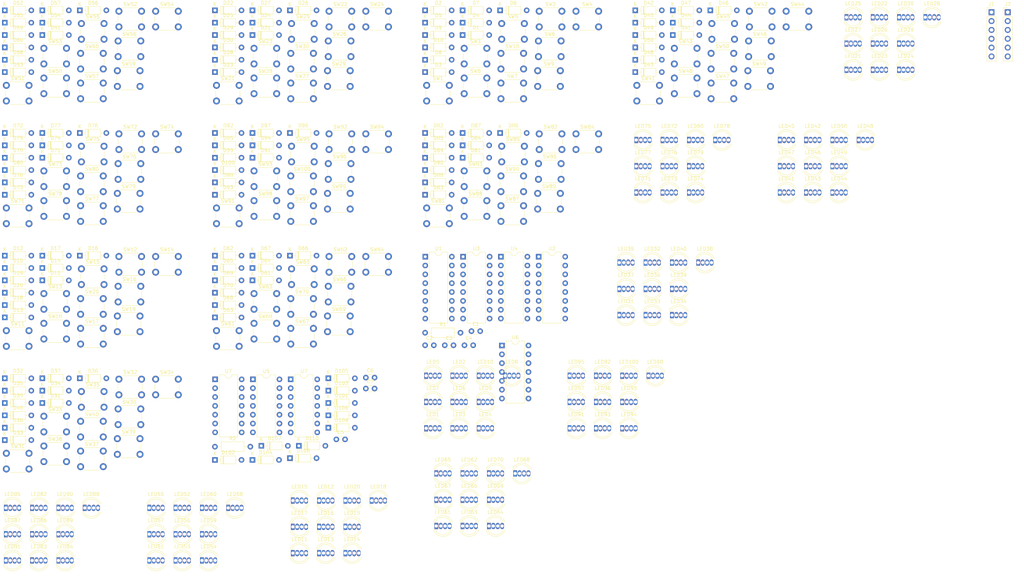
<source format=kicad_pcb>
(kicad_pcb (version 20211014) (generator pcbnew)
  (layers (0 "F.Cu" signal) (31 "B.Cu" signal) (34 "B.Paste" user) (35 "F.Paste" user) (36 "B.SilkS" user "B.Silkscreen") (37 "F.SilkS" user "F.Silkscreen") (38 "B.Mask" user) (39 "F.Mask" user) (44 "Edge.Cuts" user))
  (net 0 "")
  (net 1 "+5V")
  (net 2 "GNDREF")
  (net 3 "/UserInputs/InputMatrix1/Row0")
  (net 4 "/UserInputs/InputMatrix1/Row1")
  (net 5 "/UserInputs/InputMatrix1/Row2")
  (net 6 "/UserInputs/InputMatrix1/Row3")
  (net 7 "/UserInputs/InputMatrix1/Row4")
  (net 8 "/UserInputs/InputMatrix1/Row5")
  (net 9 "/UserInputs/InputMatrix1/Row6")
  (net 10 "/UserInputs/InputMatrix1/Row7")
  (net 11 "/UserInputs/InputMatrix1/Row8")
  (net 12 "/UserInputs/InputMatrix1/Row9")
  (net 13 "/ESP32/LED_out")
  (net 14 "/OutputMatrix1/TenLEDRow/Row_data_out")
  (net 15 "/OutputMatrix1/TenLEDRow1/Row_data_out")
  (net 16 "/OutputMatrix1/TenLEDRow2/Row_data_out")
  (net 17 "/OutputMatrix1/TenLEDRow3/Row_data_out")
  (net 18 "/OutputMatrix1/TenLEDRow4/Row_data_in")
  (net 19 "/OutputMatrix1/TenLEDRow4/Row_data_out")
  (net 20 "/OutputMatrix1/TenLEDRow5/Row_data_in")
  (net 21 "/OutputMatrix1/TenLEDRow6/Row_data_out")
  (net 22 "/OutputMatrix1/TenLEDRow8/Row_data_in")
  (net 23 "/OutputMatrix1/Data_out")
  (net 24 "/ESP32/ButtonPressedIn")
  (net 29 "/ESP32/SerialOutput")
  (net 30 "/ESP32/ShiftClock")
  (net 31 "/ESP32/RegClock")
  (net 32 "/ESP32/Clr")
  (net 39 "Net-(U2-Pad7)")
  (net 41 "/UserInputs/InputMatrix1/Col1")
  (net 42 "/UserInputs/InputMatrix1/Col2")
  (net 43 "/UserInputs/InputMatrix1/Col3")
  (net 44 "/UserInputs/InputMatrix1/Col4")
  (net 45 "/UserInputs/InputMatrix1/Col5")
  (net 46 "/UserInputs/InputMatrix1/Col6")
  (net 47 "/UserInputs/InputMatrix1/Col7")
  (net 49 "/UserInputs/InputMatrix1/Col0")
  (net 50 "/UserInputs/InputMatrix1/Col9")
  (net 58 "/UserInputs/InputMatrix1/Col8")
  (net 59 "Net-(D1-Pad2)")
  (net 60 "Net-(D2-Pad2)")
  (net 61 "Net-(D3-Pad2)")
  (net 62 "Net-(D4-Pad2)")
  (net 63 "Net-(D5-Pad2)")
  (net 64 "Net-(D6-Pad2)")
  (net 65 "Net-(D7-Pad2)")
  (net 66 "Net-(D8-Pad2)")
  (net 67 "Net-(D9-Pad2)")
  (net 68 "Net-(D10-Pad2)")
  (net 69 "Net-(D11-Pad2)")
  (net 70 "Net-(D12-Pad2)")
  (net 71 "Net-(D13-Pad2)")
  (net 72 "Net-(D14-Pad2)")
  (net 73 "Net-(D15-Pad2)")
  (net 74 "Net-(D16-Pad2)")
  (net 75 "Net-(D17-Pad2)")
  (net 76 "Net-(D18-Pad2)")
  (net 77 "Net-(D19-Pad2)")
  (net 78 "Net-(D20-Pad2)")
  (net 79 "Net-(D21-Pad2)")
  (net 80 "Net-(D22-Pad2)")
  (net 81 "Net-(D23-Pad2)")
  (net 82 "Net-(D24-Pad2)")
  (net 83 "Net-(D25-Pad2)")
  (net 84 "Net-(D26-Pad2)")
  (net 85 "Net-(D27-Pad2)")
  (net 86 "Net-(D28-Pad2)")
  (net 87 "Net-(D29-Pad2)")
  (net 88 "Net-(D30-Pad2)")
  (net 89 "Net-(D31-Pad2)")
  (net 90 "Net-(D32-Pad2)")
  (net 91 "Net-(D33-Pad2)")
  (net 92 "Net-(D34-Pad2)")
  (net 93 "Net-(D35-Pad2)")
  (net 94 "Net-(D36-Pad2)")
  (net 95 "Net-(D37-Pad2)")
  (net 96 "Net-(D38-Pad2)")
  (net 97 "Net-(D39-Pad2)")
  (net 98 "Net-(D40-Pad2)")
  (net 99 "Net-(D41-Pad2)")
  (net 100 "Net-(D42-Pad2)")
  (net 101 "Net-(D43-Pad2)")
  (net 102 "Net-(D44-Pad2)")
  (net 103 "Net-(D45-Pad2)")
  (net 104 "Net-(D46-Pad2)")
  (net 105 "Net-(D47-Pad2)")
  (net 106 "Net-(D48-Pad2)")
  (net 107 "Net-(D49-Pad2)")
  (net 108 "Net-(D50-Pad2)")
  (net 109 "Net-(D51-Pad2)")
  (net 110 "Net-(D52-Pad2)")
  (net 111 "Net-(D53-Pad2)")
  (net 112 "Net-(D54-Pad2)")
  (net 113 "Net-(D55-Pad2)")
  (net 114 "Net-(D56-Pad2)")
  (net 115 "Net-(D57-Pad2)")
  (net 116 "Net-(D58-Pad2)")
  (net 117 "Net-(D59-Pad2)")
  (net 118 "Net-(D60-Pad2)")
  (net 119 "Net-(D61-Pad2)")
  (net 120 "Net-(D62-Pad2)")
  (net 121 "Net-(D63-Pad2)")
  (net 122 "Net-(D64-Pad2)")
  (net 123 "Net-(D65-Pad2)")
  (net 124 "Net-(D66-Pad2)")
  (net 125 "Net-(D67-Pad2)")
  (net 126 "Net-(D68-Pad2)")
  (net 127 "Net-(D69-Pad2)")
  (net 128 "Net-(D70-Pad2)")
  (net 129 "Net-(D71-Pad2)")
  (net 130 "Net-(D72-Pad2)")
  (net 131 "Net-(D73-Pad2)")
  (net 132 "Net-(D74-Pad2)")
  (net 133 "Net-(D75-Pad2)")
  (net 134 "Net-(D76-Pad2)")
  (net 135 "Net-(D77-Pad2)")
  (net 136 "Net-(D78-Pad2)")
  (net 137 "Net-(D79-Pad2)")
  (net 138 "Net-(D80-Pad2)")
  (net 139 "Net-(D81-Pad2)")
  (net 140 "Net-(D82-Pad2)")
  (net 141 "Net-(D83-Pad2)")
  (net 142 "Net-(D84-Pad2)")
  (net 143 "Net-(D85-Pad2)")
  (net 144 "Net-(D86-Pad2)")
  (net 145 "Net-(D87-Pad2)")
  (net 146 "Net-(D88-Pad2)")
  (net 147 "Net-(D89-Pad2)")
  (net 148 "Net-(D90-Pad2)")
  (net 149 "Net-(D91-Pad2)")
  (net 150 "Net-(D92-Pad2)")
  (net 151 "Net-(D93-Pad2)")
  (net 152 "Net-(D94-Pad2)")
  (net 153 "Net-(D95-Pad2)")
  (net 154 "Net-(D96-Pad2)")
  (net 155 "Net-(D97-Pad2)")
  (net 156 "Net-(D98-Pad2)")
  (net 157 "Net-(D99-Pad2)")
  (net 158 "Net-(D100-Pad2)")
  (net 159 "/UserInputs/InputMatrix1/Button Row1/ColumnOut0")
  (net 160 "/UserInputs/InputMatrix1/Button Row1/ColumnOut1")
  (net 161 "/UserInputs/InputMatrix1/Button Row1/ColumnOut2")
  (net 162 "/UserInputs/InputMatrix1/Button Row1/ColumnIn3")
  (net 163 "/UserInputs/InputMatrix1/Button Row1/ColumnIn4")
  (net 164 "/UserInputs/InputMatrix1/Button Row1/ColumnIn5")
  (net 165 "/UserInputs/InputMatrix1/Button Row1/ColumnIn6")
  (net 166 "/UserInputs/InputMatrix1/Button Row1/ColumnOut7")
  (net 167 "/UserInputs/InputMatrix1/Button Row1/ColumnIn8")
  (net 168 "/UserInputs/InputMatrix1/Button Row1/ColumnIn9")
  (net 169 "Net-(D101-Pad2)")
  (net 170 "Net-(D102-Pad2)")
  (net 171 "Net-(D103-Pad2)")
  (net 172 "Net-(D104-Pad2)")
  (net 173 "Net-(D105-Pad2)")
  (net 174 "Net-(D106-Pad2)")
  (net 175 "Net-(D107-Pad2)")
  (net 176 "Net-(D108-Pad2)")
  (net 177 "Net-(D109-Pad2)")
  (net 178 "Net-(D110-Pad2)")
  (net 179 "Net-(LED1-Pad1)")
  (net 180 "Net-(LED2-Pad1)")
  (net 181 "Net-(LED3-Pad1)")
  (net 182 "Net-(LED4-Pad1)")
  (net 183 "Net-(LED5-Pad1)")
  (net 184 "Net-(LED6-Pad1)")
  (net 185 "Net-(LED7-Pad1)")
  (net 186 "Net-(LED8-Pad1)")
  (net 187 "Net-(LED10-Pad4)")
  (net 188 "Net-(LED11-Pad1)")
  (net 189 "Net-(LED12-Pad1)")
  (net 190 "Net-(LED13-Pad1)")
  (net 191 "Net-(LED14-Pad1)")
  (net 192 "Net-(LED15-Pad1)")
  (net 193 "Net-(LED16-Pad1)")
  (net 194 "Net-(LED17-Pad1)")
  (net 195 "Net-(LED18-Pad1)")
  (net 196 "Net-(LED19-Pad1)")
  (net 197 "Net-(LED21-Pad1)")
  (net 198 "Net-(LED22-Pad1)")
  (net 199 "Net-(LED23-Pad1)")
  (net 200 "Net-(LED24-Pad1)")
  (net 201 "Net-(LED25-Pad1)")
  (net 202 "Net-(LED26-Pad1)")
  (net 203 "Net-(LED27-Pad1)")
  (net 204 "Net-(LED28-Pad1)")
  (net 205 "Net-(LED29-Pad1)")
  (net 206 "Net-(LED31-Pad1)")
  (net 207 "Net-(LED32-Pad1)")
  (net 208 "Net-(LED33-Pad1)")
  (net 209 "Net-(LED34-Pad1)")
  (net 210 "Net-(LED35-Pad1)")
  (net 211 "Net-(LED36-Pad1)")
  (net 212 "Net-(LED37-Pad1)")
  (net 213 "Net-(LED38-Pad1)")
  (net 214 "Net-(LED39-Pad1)")
  (net 215 "Net-(LED41-Pad1)")
  (net 216 "Net-(LED42-Pad1)")
  (net 217 "Net-(LED43-Pad1)")
  (net 218 "Net-(LED44-Pad1)")
  (net 219 "Net-(LED45-Pad1)")
  (net 220 "Net-(LED46-Pad1)")
  (net 221 "Net-(LED47-Pad1)")
  (net 222 "Net-(LED48-Pad1)")
  (net 223 "Net-(LED49-Pad1)")
  (net 224 "Net-(LED51-Pad1)")
  (net 225 "Net-(LED52-Pad1)")
  (net 226 "Net-(LED53-Pad1)")
  (net 227 "Net-(LED54-Pad1)")
  (net 228 "Net-(LED55-Pad1)")
  (net 229 "Net-(LED56-Pad1)")
  (net 230 "Net-(LED57-Pad1)")
  (net 231 "Net-(LED58-Pad1)")
  (net 232 "Net-(LED59-Pad1)")
  (net 233 "Net-(LED61-Pad1)")
  (net 234 "Net-(LED62-Pad1)")
  (net 235 "Net-(LED63-Pad1)")
  (net 236 "Net-(LED64-Pad1)")
  (net 237 "Net-(LED65-Pad1)")
  (net 238 "Net-(LED66-Pad1)")
  (net 239 "Net-(LED67-Pad1)")
  (net 240 "Net-(LED68-Pad1)")
  (net 241 "Net-(LED69-Pad1)")
  (net 242 "Net-(LED71-Pad1)")
  (net 243 "Net-(LED72-Pad1)")
  (net 244 "Net-(LED73-Pad1)")
  (net 245 "Net-(LED74-Pad1)")
  (net 246 "Net-(LED75-Pad1)")
  (net 247 "Net-(LED76-Pad1)")
  (net 248 "Net-(LED77-Pad1)")
  (net 249 "Net-(LED78-Pad1)")
  (net 250 "Net-(LED79-Pad1)")
  (net 251 "Net-(LED81-Pad1)")
  (net 252 "Net-(LED82-Pad1)")
  (net 253 "Net-(LED83-Pad1)")
  (net 254 "Net-(LED84-Pad1)")
  (net 255 "Net-(LED85-Pad1)")
  (net 256 "Net-(LED86-Pad1)")
  (net 257 "Net-(LED87-Pad1)")
  (net 258 "Net-(LED88-Pad1)")
  (net 259 "Net-(LED89-Pad1)")
  (net 260 "Net-(LED91-Pad1)")
  (net 261 "Net-(LED92-Pad1)")
  (net 262 "Net-(LED93-Pad1)")
  (net 263 "Net-(LED94-Pad1)")
  (net 264 "Net-(LED95-Pad1)")
  (net 265 "Net-(LED96-Pad1)")
  (net 266 "Net-(LED97-Pad1)")
  (net 267 "Net-(LED98-Pad1)")
  (net 268 "Net-(LED100-Pad4)")
  (footprint "Diode_THT:D_DO-35_SOD27_P7.62mm_Horizontal" (layer "F.Cu") (at 135.88 -504.18)
    (fp_text reference "D51")
    (fp_text value "1N4148")
  )
  (footprint "LED_THT:LED_D5.0mm-4_RGB" (layer "F.Cu") (at 306.4 -466.49)
    (fp_text reference "LED77")
    (fp_text value "WS2812B")
  )
  (footprint "LED_THT:LED_D5.0mm-4_RGB" (layer "F.Cu") (at 246.07 -406.3)
    (fp_text reference "LED5")
    (fp_text value "WS2812B")
  )
  (footprint "LED_THT:LED_D5.0mm-4_RGB" (layer "F.Cu") (at 174.15 -368.32)
    (fp_text reference "LED52")
    (fp_text value "WS2812B")
  )
  (footprint "Resistor_THT:R_Axial_DIN0207_L6.3mm_D2.5mm_P10.16mm_Horizontal" (layer "F.Cu") (at 245.77 -418.65)
    (fp_text reference "R1")
    (fp_text value "1k")
  )
  (footprint "Diode_THT:D_DO-35_SOD27_P7.62mm_Horizontal" (layer "F.Cu") (at 196.21 -476.04)
    (fp_text reference "D97")
    (fp_text value "1N4148")
  )
  (footprint "LED_THT:LED_D5.0mm-4_RGB" (layer "F.Cu") (at 132.96 -368.32)
    (fp_text reference "LED82")
    (fp_text value "WS2812B")
  )
  (footprint "Diode_THT:D_DO-35_SOD27_P7.62mm_Horizontal" (layer "F.Cu") (at 245.77 -493.53)
    (fp_text reference "D3")
    (fp_text value "1N4148")
  )
  (footprint "Button_Switch_THT:SW_PUSH_6mm" (layer "F.Cu") (at 125.56 -454.49)
    (fp_text reference "SW71")
    (fp_text value "SW_Push")
  )
  (footprint "Connector_PinHeader_2.54mm:PinHeader_1x06_P2.54mm_Vertical" (layer "F.Cu") (at 408.37 -510.73)
    (fp_text reference "J1")
    (fp_text value "Conn_01x06")
  )
  (footprint "Diode_THT:D_DO-35_SOD27_P7.62mm_Horizontal" (layer "F.Cu") (at 185.44 -468.94)
    (fp_text reference "D99")
    (fp_text value "1N4148")
  )
  (footprint "Diode_THT:D_DO-35_SOD27_P7.62mm_Horizontal" (layer "F.Cu") (at 256.54 -504.18)
    (fp_text reference "D1")
    (fp_text value "1N4148")
  )
  (footprint "Button_Switch_THT:SW_PUSH_6mm" (layer "F.Cu") (at 289.08 -475.79)
    (fp_text reference "SW84")
    (fp_text value "SW_Push")
  )
  (footprint "Diode_THT:D_DO-35_SOD27_P7.62mm_Horizontal" (layer "F.Cu") (at 196.21 -440.8)
    (fp_text reference "D67")
    (fp_text value "1N4148")
  )
  (footprint "Button_Switch_THT:SW_PUSH_6mm" (layer "F.Cu") (at 136.33 -465.14)
    (fp_text reference "SW73")
    (fp_text value "SW_Push")
  )
  (footprint "Diode_THT:D_DO-35_SOD27_P7.62mm_Horizontal" (layer "F.Cu") (at 135.88 -476.04)
    (fp_text reference "D77")
    (fp_text value "1N4148")
  )
  (footprint "LED_THT:LED_D5.0mm-4_RGB" (layer "F.Cu") (at 132.96 -353.22)
    (fp_text reference "LED83")
    (fp_text value "WS2812B")
  )
  (footprint "LED_THT:LED_D5.0mm-4_RGB" (layer "F.Cu") (at 264.08 -378.22)
    (fp_text reference "LED70")
    (fp_text value "WS2812B")
  )
  (footprint "Diode_THT:D_DO-35_SOD27_P7.62mm_Horizontal" (layer "F.Cu") (at 185.44 -437.25)
    (fp_text reference "D65")
    (fp_text value "1N4148")
  )
  (footprint "Button_Switch_THT:SW_PUSH_6mm" (layer "F.Cu") (at 196.66 -456.59)
    (fp_text reference "SW98")
    (fp_text value "SW_Push")
  )
  (footprint "Button_Switch_THT:SW_PUSH_6mm" (layer "F.Cu") (at 157.65 -502.48)
    (fp_text reference "SW56")
    (fp_text value "SW_Push")
  )
  (footprint "Diode_THT:D_DO-35_SOD27_P7.62mm_Horizontal" (layer "F.Cu") (at 125.11 -387.81)
    (fp_text reference "D33")
    (fp_text value "1N4148")
  )
  (footprint "LED_THT:LED_D5.0mm-4_RGB" (layer "F.Cu") (at 347.59 -458.94)
    (fp_text reference "LED41")
    (fp_text value "WS2812B")
  )
  (footprint "Diode_THT:D_DO-35_SOD27_P7.62mm_Horizontal" (layer "F.Cu") (at 185.44 -476.04)
    (fp_text reference "D92")
    (fp_text value "1N4148")
  )
  (footprint "LED_THT:LED_D5.0mm-4_RGB" (layer "F.Cu") (at 316.63 -431.25)
    (fp_text reference "LED39")
    (fp_text value "WS2812B")
  )
  (footprint "LED_THT:LED_D5.0mm-4_RGB" (layer "F.Cu") (at 271.63 -378.22)
    (fp_text reference "LED68")
    (fp_text value "WS2812B")
  )
  (footprint "Button_Switch_THT:SW_PUSH_6mm" (layer "F.Cu") (at 157.87 -511.03)
    (fp_text reference "SW52")
    (fp_text value "SW_Push")
  )
  (footprint "Button_Switch_THT:SW_PUSH_6mm" (layer "F.Cu") (at 218.2 -511.03)
    (fp_text reference "SW22")
    (fp_text value "SW_Push")
  )
  (footprint "Diode_THT:D_DO-35_SOD27_P7.62mm_Horizontal" (layer "F.Cu") (at 267.31 -476.04)
    (fp_text reference "D86")
    (fp_text value "1N4148")
  )
  (footprint "LED_THT:LED_D5.0mm-4_RGB" (layer "F.Cu") (at 362.69 -466.49)
    (fp_text reference "LED49")
    (fp_text value "WS2812B")
  )
  (footprint "Diode_THT:D_DO-35_SOD27_P7.62mm_Horizontal" (layer "F.Cu") (at 185.44 -497.08)
    (fp_text reference "D28")
    (fp_text value "1N4148")
  )
  (footprint "LED_THT:LED_D5.0mm-4_RGB" (layer "F.Cu") (at 374.28 -501.73)
    (fp_text reference "LED26")
    (fp_text value "WS2812B")
  )
  (footprint "Diode_THT:D_DO-35_SOD27_P7.62mm_Horizontal" (layer "F.Cu") (at 135.88 -507.73)
    (fp_text reference "D54")
    (fp_text value "1N4148")
  )
  (footprint "LED_THT:LED_D5.0mm-4_RGB" (layer "F.Cu") (at 321.5 -474.04)
    (fp_text reference "LED80")
    (fp_text value "WS2812B")
  )
  (footprint "LED_THT:LED_D5.0mm-4_RGB" (layer "F.Cu") (at 374.28 -494.18)
    (fp_text reference "LED23")
    (fp_text value "WS2812B")
  )
  (footprint "Button_Switch_THT:SW_PUSH_6mm" (layer "F.Cu") (at 146.88 -419.9)
    (fp_text reference "SW17")
    (fp_text value "SW_Push")
  )
  (footprint "Button_Switch_THT:SW_PUSH_6mm" (layer "F.Cu") (at 157.65 -432)
    (fp_text reference "SW16")
    (fp_text value "SW_Push")
  )
  (footprint "Button_Switch_THT:SW_PUSH_6mm" (layer "F.Cu") (at 207.43 -437)
    (fp_text reference "SW65")
    (fp_text value "SW_Push")
  )
  (footprint "Capacitor_THT:C_Disc_D3.0mm_W1.6mm_P2.50mm" (layer "F.Cu") (at 251.42 -415.05)
    (fp_text reference "C3")
    (fp_text value "0.1uf")
  )
  (footprint "LED_THT:LED_D5.0mm-4_RGB" (layer "F.Cu") (at 222.89 -370.43)
    (fp_text reference "LED20")
    (fp_text value "WS2812B")
  )
  (footprint "Diode_THT:D_DO-35_SOD27_P7.62mm_Horizontal" (layer "F.Cu") (at 125.11 -472.49)
    (fp_text reference "D75")
    (fp_text value "1N4148")
  )
  (footprint "LED_THT:LED_D5.0mm-4_RGB" (layer "F.Cu") (at 370.24 -474.04)
    (fp_text reference "LED48")
    (fp_text value "WS2812B")
  )
  (footprint "Button_Switch_THT:SW_PUSH_6mm" (layer "F.Cu") (at 196.66 -465.14)
    (fp_text reference "SW93")
    (fp_text value "SW_Push")
  )
  (footprint "LED_THT:LED_D5.0mm-4_RGB" (layer "F.Cu") (at 230.44 -370.43)
    (fp_text reference "LED18")
    (fp_text value "WS2812B")
  )
  (footprint "Diode_THT:D_DO-35_SOD27_P7.62mm_Horizontal" (layer "F.Cu") (at 217.99 -391.36)
    (fp_text reference "D109")
    (fp_text value "1N4148")
  )
  (footprint "Diode_THT:D_DO-35_SOD27_P7.62mm_Horizontal" (layer "F.Cu") (at 217.99 -402.01)
    (fp_text reference "D103")
    (fp_text value "1N4148")
  )
  (footprint "Diode_THT:D_DO-35_SOD27_P7.62mm_Horizontal" (layer "F.Cu") (at 245.77 -500.63)
    (fp_text reference "D10")
    (fp_text value "1N4148")
  )
  (footprint "Diode_THT:D_DO-35_SOD27_P7.62mm_Horizontal" (layer "F.Cu") (at 125.11 -476.04)
    (fp_text reference "D72")
    (fp_text value "1N4148")
  )
  (footprint "LED_THT:LED_D5.0mm-4_RGB" (layer "F.Cu") (at 222.89 -362.88)
    (fp_text reference "LED19")
    (fp_text value "WS2812B")
  )
  (footprint "Diode_THT:D_DO-35_SOD27_P7.62mm_Horizontal" (layer "F.Cu") (at 306.1 -497.08)
    (fp_text reference "D48")
    (fp_text value "1N4148")
  )
  (footprint "Button_Switch_THT:SW_PUSH_6mm" (layer "F.Cu") (at 185.89 -489.73)
    (fp_text reference "SW21")
    (fp_text value "SW_Push")
  )
  (footprint "Button_Switch_THT:SW_PUSH_6mm" (layer "F.Cu") (at 146.88 -393.21)
    (fp_text reference "SW40")
    (fp_text value "SW_Push")
  )
  (footprint "LED_THT:LED_D5.0mm-4_RGB" (layer "F.Cu") (at 366.73 -501.73)
    (fp_text reference "LED27")
    (fp_text value "WS2812B")
  )
  (footprint "Button_Switch_THT:SW_PUSH_6mm" (layer "F.Cu") (at 256.99 -500.38)
    (fp_text reference "SW3")
    (fp_text value "SW_Push")
  )
  (footprint "LED_THT:LED_D5.0mm-4_RGB" (layer "F.Cu") (at 174.15 -353.22)
    (fp_text reference "LED53")
    (fp_text value "WS2812B")
  )
  (footprint "LED_THT:LED_D5.0mm-4_RGB" (layer "F.Cu") (at 309.08 -423.7)
    (fp_text reference "LED33")
    (fp_text value "WS2812B")
  )
  (footprint "LED_THT:LED_D5.0mm-4_RGB" (layer "F.Cu") (at 366.73 -509.28)
    (fp_text reference "LED25")
    (fp_text value "WS2812B")
  )
  (footprint "Diode_THT:D_DO-35_SOD27_P7.62mm_Horizontal" (layer "F.Cu") (at 206.98 -511.28)
    (fp_text reference "D26")
    (fp_text value "1N4148")
  )
  (footprint "Diode_THT:D_DO-35_SOD27_P7.62mm_Horizontal" (layer "F.Cu") (at 146.65 -405.56)
    (fp_text reference "D36")
    (fp_text value "1N4148")
  )
  (footprint "Diode_THT:D_DO-35_SOD27_P7.62mm_Horizontal" (layer "F.Cu") (at 316.87 -511.28)
    (fp_text reference "D47")
    (fp_text value "1N4148")
  )
  (footprint "Button_Switch_THT:SW_PUSH_6mm" (layer "F.Cu") (at 228.75 -511.03)
    (fp_text reference "SW24")
    (fp_text value "SW_Push")
  )
  (footprint "Button_Switch_THT:SW_PUSH_6mm" (layer "F.Cu") (at 267.54 -498.93)
    (fp_text reference "SW10")
    (fp_text value "SW_Push")
  )
  (footprint "LED_THT:LED_D5.0mm-4_RGB" (layer "F.Cu") (at 222.89 -355.33)
    (fp_text reference "LED14")
    (fp_text value "WS2812B")
  )
  (footprint "Button_Switch_THT:SW_PUSH_6mm" (layer "F.Cu") (at 327.87 -490.38)
    (fp_text reference "SW47")
    (fp_text value "SW_Push")
  )
  (footprint "Package_DIP:DIP-16_W7.62mm" (layer "F.Cu") (at 267.52 -440.5)
    (fp_text reference "U4")
    (fp_text value "74HC595")
  )
  (footprint "LED_THT:LED_D5.0mm-4_RGB" (layer "F.Cu") (at 347.59 -474.04)
    (fp_text reference "LED45")
    (fp_text value "WS2812B")
  )
  (footprint "Diode_THT:D_DO-35_SOD27_P7.62mm_Horizontal" (layer "F.Cu") (at 196.21 -507.73)
    (fp_text reference "D24")
    (fp_text value "1N4148")
  )
  (footprint "LED_THT:LED_D5.0mm-4_RGB" (layer "F.Cu") (at 321.5 -458.94)
    (fp_text reference "LED74")
    (fp_text value "WS2812B")
  )
  (footprint "Diode_THT:D_DO-35_SOD27_P7.62mm_Horizontal" (layer "F.Cu") (at 185.44 -430.15)
    (fp_text reference "D70")
    (fp_text value "1N4148")
  )
  (footprint "Button_Switch_THT:SW_PUSH_6mm" (layer "F.Cu") (at 136.33 -500.38)
    (fp_text reference "SW53")
    (fp_text value "SW_Push")
  )
  (footprint "Diode_THT:D_DO-35_SOD27_P7.62mm_Horizontal" (layer "F.Cu") (at 245.77 -497.08)
    (fp_text reference "D8")
    (fp_text value "1N4148")
  )
  (footprint "LED_THT:LED_D5.0mm-4_RGB" (layer "F.Cu") (at 261.17 -391.2)
    (fp_text reference "LED4")
    (fp_text value "WS2812B")
  )
  (footprint "Button_Switch_THT:SW_PUSH_6mm" (layer "F.Cu") (at 207.21 -490.38)
    (fp_text reference "SW27")
    (fp_text value "SW_Push")
  )
  (footprint "Diode_THT:D_DO-35_SOD27_P7.62mm_Horizontal" (layer "F.Cu") (at 185.44 -465.39)
    (fp_text reference "D100")
    (fp_text value "1N4148")
  )
  (footprint "Button_Switch_THT:SW_PUSH_6mm" (layer "F.Cu") (at 246.22 -454.49)
    (fp_text reference "SW81")
    (fp_text value "SW_Push")
  )
  (footprint "LED_THT:LED_D5.0mm-4_RGB" (layer "F.Cu") (at 381.83 -501.73)
    (fp_text reference "LED29")
    (fp_text value "WS2812B")
  )
  (footprint "LED_THT:LED_D5.0mm-4_RGB" (layer "F.Cu") (at 302.36 -398.75)
    (fp_text reference "LED99")
    (fp_text value "WS2812B")
  )
  (footprint "Capacitor_THT:C_Disc_D3.0mm_W1.6mm_P2.50mm" (layer "F.Cu") (at 259.08 -419.1)
    (fp_text reference "C1")
    (fp_text value "0.1uf")
  )
  (footprint "Diode_THT:D_DO-35_SOD27_P7.62mm_Horizontal" (layer "F.Cu") (at 135.88 -468.94)
    (fp_text reference "D71")
    (fp_text value "1N4148")
  )
  (footprint "LED_THT:LED_D5.0mm-4_RGB" (layer "F.Cu") (at 132.96 -360.77)
    (fp_text reference "LED86")
    (fp_text value "WS2812B")
  )
  (footprint "Button_Switch_THT:SW_PUSH_6mm" (layer "F.Cu") (at 136.33 -491.83)
    (fp_text reference "SW58")
    (fp_text value "SW_Push")
  )
  (footprint "Button_Switch_THT:SW_PUSH_6mm" (layer "F.Cu") (at 196.66 -421.35)
    (fp_text reference "SW68")
    (fp_text value "SW_Push")
  )
  (footprint "Button_Switch_THT:SW_PUSH_6mm" (layer "F.Cu") (at 125.56 -419.25)
    (fp_text reference "SW11")
    (fp_text value "SW_Push")
  )
  (footprint "Diode_THT:D_DO-35_SOD27_P7.62mm_Horizontal" (layer "F.Cu") (at 256.54 -472.49)
    (fp_text reference "D84")
    (fp_text value "1N4148")
  )
  (footprint "Button_Switch_THT:SW_PUSH_6mm" (layer "F.Cu") (at 125.56 -489.73)
    (fp_text reference "SW51")
    (fp_text value "SW_Push")
  )
  (footprint "Diode_THT:D_DO-35_SOD27_P7.62mm_Horizontal" (layer "F.Cu") (at 185.44 -423.05)
    (fp_text reference "D63")
    (fp_text value "1N4148")
  )
  (footprint "LED_THT:LED_D5.0mm-4_RGB" (layer "F.Cu") (at 355.14 -474.04)
    (fp_text reference "LED42")
    (fp_text value "WS2812B")
  )
  (footprint "Diode_THT:D_DO-35_SOD27_P7.62mm_Horizontal" (layer "F.Cu") (at 135.88 -405.56)
    (fp_text reference "D37")
    (fp_text value "1N4148")
  )
  (footprint "LED_THT:LED_D5.0mm-4_RGB" (layer "F.Cu") (at 261.17 -398.75)
    (fp_text reference "LED9")
    (fp_text value "WS2812B")
  )
  (footprint "LED_THT:LED_D5.0mm-4_RGB" (layer "F.Cu") (at 355.14 -458.94)
    (fp_text reference "LED43")
    (fp_text value "WS2812B")
  )
  (footprint "Diode_THT:D_DO-35_SOD27_P7.62mm_Horizontal" (layer "F.Cu") (at 245.77 -476.04)
    (fp_text reference "D82")
    (fp_text value "1N4148")
  )
  (footprint "Diode_THT:D_DO-35_SOD27_P7.62mm_Horizontal" (layer "F.Cu") (at 209.52 -386.16)
    (fp_text reference "D110")
    (fp_text value "1N4148")
  )
  (footprint "Button_Switch_THT:SW_PUSH_6mm" (layer "F.Cu") (at 157.65 -396.76)
    (fp_text reference "SW36")
    (fp_text value "SW_Push")
  )
  (footprint "LED_THT:LED_D5.0mm-4_RGB" (layer "F.Cu") (at 125.41 -353.22)
    (fp_text reference "LED81")
    (fp_text value "WS2812B")
  )
  (footprint "Diode_THT:D_DO-35_SOD27_P7.62mm_Horizontal" (layer "F.Cu") (at 135.88 -472.49)
    (fp_text reference "D74")
    (fp_text value "1N4148")
  )
  (footprint "Button_Switch_THT:SW_PUSH_6mm" (layer "F.Cu") (at 185.89 -454.49)
    (fp_text reference "SW91")
    (fp_text value "SW_Push")
  )
  (footprint "Diode_THT:D_DO-35_SOD27_P7.62mm_Horizontal" (layer "F.Cu") (at 245.77 -458.29)
    (fp_text reference "D83")
    (fp_text value "1N4148")
  )
  (footprint "Diode_THT:D_DO-35_SOD27_P7.62mm_Horizontal" (layer "F.Cu") (at 256.54 -507.73)
    (fp_text reference "D4")
    (fp_text value "1N4148")
  )
  (footprint "LED_THT:LED_D5.0mm-4_RGB" (layer "F.Cu") (at 207.79 -355.33)
    (fp_text reference "LED11")
    (fp_text value "WS2812B")
  )
  (footprint "Button_Switch_THT:SW_PUSH_6mm" (layer "F.Cu") (at 278.31 -502.48)
    (fp_text reference "SW6")
    (fp_text value "SW_Push")
  )
  (footprint "Button_Switch_THT:SW_PUSH_6mm" (layer "F.Cu") (at 278.53 -511.03)
    (fp_text reference "SW2")
    (fp_text value "SW_Push")
  )
  (footprint "Button_Switch_THT:SW_PUSH_6mm" (layer "F.Cu") (at 136.33 -421.35)
    (fp_text reference "SW18")
    (fp_text value "SW_Push")
  )
  (footprint "Button_Switch_THT:SW_PUSH_6mm" (layer "F.Cu") (at 278.09 -493.93)
    (fp_text reference "SW9")
    (fp_text value "SW_Push")
  )
  (footprint "Package_DIP:DIP-14_W7.62mm" (layer "F.Cu") (at 207.19 -405.26)
    (fp_text reference "U7")
    (fp_text value "74LS08")
  )
  (footprint "Diode_THT:D_DO-35_SOD27_P7.62mm_Horizontal" (layer "F.Cu") (at 196.21 -437.25)
    (fp_text reference "D64")
    (fp_text value "1N4148")
  )
  (footprint "Diode_THT:D_DO-35_SOD27_P7.62mm_Horizontal" (layer "F.Cu") (at 125.11 -430.15)
    (fp_text reference "D20")
    (fp_text value "1N4148")
  )
  (footprint "Diode_THT:D_DO-35_SOD27_P7.62mm_Horizontal" (layer "F.Cu") (at 245.77 -465.39)
    (fp_text reference "D90")
    (fp_text value "1N4148")
  )
  (footprint "Button_Switch_THT:SW_PUSH_6mm" (layer "F.Cu") (at 256.99 -491.83)
    (fp_text reference "SW8")
    (fp_text value "SW_Push")
  )
  (footprint "LED_THT:LED_D5.0mm-4_RGB" (layer "F.Cu") (at 313.95 -474.04)
    (fp_text reference "LED72")
    (fp_text value "WS2812B")
  )
  (footprint "Diode_THT:D_DO-35_SOD27_P7.62mm_Horizontal" (layer "F.Cu") (at 185.44 -472.49)
    (fp_text reference "D95")
    (fp_text value "1N4148")
  )
  (footprint "Button_Switch_THT:SW_PUSH_6mm" (layer "F.Cu") (at 278.09 -458.69)
    (fp_text reference "SW89")
    (fp_text value "SW_Push")
  )
  (footprint "LED_THT:LED_D5.0mm-4_RGB" (layer "F.Cu") (at 181.7 -368.32)
    (fp_text reference "LED60")
    (fp_text value "WS2812B")
  )
  (footprint "LED_THT:LED_D5.0mm-4_RGB" (layer "F.Cu") (at 261.17 -406.3)
    (fp_text reference "LED10")
    (fp_text value "WS2812B")
  )
  (footprint "Package_DIP:DIP-14_W7.62mm" (layer "F.Cu") (at 185.49 -405.26)
    (fp_text reference "U7")
    (fp_text value "74LS08")
  )
  (footprint "Button_Switch_THT:SW_PUSH_6mm" (layer "F.Cu") (at 218.2 -440.55)
    (fp_text reference "SW62")
    (fp_text value "SW_Push")
  )
  (footprint "LED_THT:LED_D5.0mm-4_RGB" (layer "F.Cu") (at 125.41 -368.32)
    (fp_text reference "LED85")
    (fp_text value "WS2812B")
  )
  (footprint "Button_Switch_THT:SW_PUSH_6mm" (layer "F.Cu") (at 267.54 -490.38)
    (fp_text reference "SW7")
    (fp_text value "SW_Push")
  )
  (footprint "Button_Switch_THT:SW_PUSH_6mm" (layer "F.Cu") (at 317.32 -500.38)
    (fp_text reference "SW43")
    (fp_text value "SW_Push")
  )
  (footprint "LED_THT:LED_D5.0mm-4_RGB" (layer "F.Cu") (at 306.4 -458.94)
    (fp_text reference "LED71")
    (fp_text value "WS2812B")
  )
  (footprint "Button_Switch_THT:SW_PUSH_6mm" (layer "F.Cu") (at 157.43 -493.93)
    (fp_text reference "SW59")
    (fp_text value "SW_Push")
  )
  (footprint "LED_THT:LED_D5.0mm-4_RGB" (layer "F.Cu") (at 301.53 -431.25)
    (fp_text reference "LED37")
    (fp_text value "WS2812B")
  )
  (footprint "Diode_THT:D_DO-35_SOD27_P7.62mm_Horizontal" (layer "F.Cu") (at 267.31 -511.28)
    (fp_text reference "D6")
    (fp_text value "1N4148")
  )
  (footprint "LED_THT:LED_D5.0mm-4_RGB" (layer "F.Cu") (at 302.36 -391.2)
    (fp_text reference "LED94")
    (fp_text value "WS2812B")
  )
  (footprint "Diode_THT:D_DO-35_SOD27_P7.62mm_Horizontal" (layer "F.Cu") (at 146.65 -440.8)
    (fp_text reference "D16")
    (fp_text value "1N4148")
  )
  (footprint "Button_Switch_THT:SW_PUSH_6mm" (layer "F.Cu") (at 168.42 -440.55)
    (fp_text reference "SW14")
    (fp_text value "SW_Push")
  )
  (footprint "LED_THT:LED_D5.0mm-4_RGB" (layer "F.Cu") (at 389.38 -509.28)
    (fp_text reference "LED28")
    (fp_text value "WS2812B")
  )
  (footprint "Button_Switch_THT:SW_PUSH_6mm" (layer "F.Cu") (at 338.86 -511.03)
    (fp_text reference "SW42")
    (fp_text value "SW_Push")
  )
  (footprint "Button_Switch_THT:SW_PUSH_6mm" (layer "F.Cu") (at 207.43 -507.48)
    (fp_text reference "SW25")
    (fp_text value "SW_Push")
  )
  (footprint "LED_THT:LED_D5.0mm-4_RGB" (layer "F.Cu") (at 248.98 -363.12)
    (fp_text reference "LED61")
    (fp_text value "WS2812B")
  )
  (footprint "Button_Switch_THT:SW_PUSH_6mm" (layer "F.Cu") (at 136.33 -456.59)
    (fp_text reference "SW78")
    (fp_text value "SW_Push")
  )
  (footprint "Diode_THT:D_DO-35_SOD27_P7.62mm_Horizontal" (layer "F.Cu") (at 185.44 -511.28)
    (fp_text reference "D22")
    (fp_text value "1N4148")
  )
  (footprint "Button_Switch_THT:SW_PUSH_6mm" (layer "F.Cu") (at 146.88 -384.66)
    (fp_text reference "SW37")
    (fp_text value "SW_Push")
  )
  (footprint "LED_THT:LED_D5.0mm-4_RGB" (layer "F.Cu") (at 316.63 -423.7)
    (fp_text reference "LED34")
    (fp_text value "WS2812B")
  )
  (footprint "Diode_THT:D_DO-35_SOD27_P7.62mm_Horizontal" (layer "F.Cu") (at 185.44 -458.29)
    (fp_text reference "D93")
    (fp_text value "1N4148")
  )
  (footprint "Button_Switch_THT:SW_PUSH_6mm" (layer "F.Cu") (at 157.43 -423.45)
    (fp_text reference "SW19")
    (fp_text value "SW_Push")
  )
  (footprint "Package_DIP:DIP-16_W7.62mm" (layer "F.Cu") (at 256.67 -440.5)
    (fp_text reference "U3")
    (fp_text value "74HC595")
  )
  (footprint "LED_THT:LED_D5.0mm-4_RGB" (layer "F.Cu") (at 287.26 -391.2)
    (fp_text reference "LED91")
    (fp_text value "WS2812B")
  )
  (footprint "LED_THT:LED_D5.0mm-4_RGB" (layer "F.Cu") (at 321.5 -466.49)
    (fp_text reference "LED79")
    (fp_text value "WS2812B")
  )
  (footprint "LED_THT:LED_D5.0mm-4_RGB" (layer "F.Cu") (at 268.72 -406.3)
    (fp_text reference "LED8")
    (fp_text value "WS2812B")
  )
  (footprint "Button_Switch_THT:SW_PUSH_6mm" (layer "F.Cu") (at 317.32 -491.83)
    (fp_text reference "SW48")
    (fp_text value "SW_Push")
  )
  (footprint "Diode_THT:D_DO-35_SOD27_P7.62mm_Horizontal" (layer "F.Cu") (at 306.1 -504.18)
    (fp_text reference "D49")
    (fp_text value "1N4148")
  )
  (footprint "LED_THT:LED_D5.0mm-4_RGB" (layer "F.Cu") (at 381.83 -509.28)
    (fp_text reference "LED30")
    (fp_text value "WS2812B")
  )
  (footprint "LED_THT:LED_D5.0mm-4_RGB" (layer "F.Cu") (at 301.53 -438.8)
    (fp_text reference "LED35")
    (fp_text value "WS2812B")
  )
  (footprint "LED_THT:LED_D5.0mm-4_RGB" (layer "F.Cu") (at 215.34 -355.33)
    (fp_text reference "LED13")
    (fp_text value "WS2812B")
  )
  (footprint "Button_Switch_THT:SW_PUSH_6mm" (layer "F.Cu") (at 147.1 -437)
    (fp_text reference "SW15")
    (fp_text value "SW_Push")
  )
  (footprint "Button_Switch_THT:SW_PUSH_6mm" (layer "F.Cu") (at 278.53 -475.79)
    (fp_text reference "SW82")
    (fp_text value "SW_Push")
  )
  (footprint "Capacitor_THT:C_Disc_D3.0mm_W1.6mm_P2.50mm" (layer "F.Cu") (at 220.29 -388.01)
    (fp_text reference "C5")
    (fp_text value "0.1uf")
  )
  (footprint "Button_Switch_THT:SW_PUSH_6mm" (layer "F.Cu") (at 338.42 -493.93)
    (fp_text reference "SW49")
    (fp_text value "SW_Push")
  )
  (footprint "Button_Switch_THT:SW_PUSH_6mm" (layer "F.Cu") (at 147.1 -401.76)
    (fp_text reference "SW35")
    (fp_text value "SW_Push")
  )
  (footprint "Diode_THT:D_DO-35_SOD27_P7.62mm_Horizontal" (layer "F.Cu") (at 185.44 -440.8)
    (fp_text reference "D62")
    (fp_text value "1N4148")
  )
  (footprint "Button_Switch_THT:SW_PUSH_6mm" (layer "F.Cu") (at 207.21 -428.45)
    (fp_text reference "SW70")
    (fp_text value "SW_Push")
  )
  (footprint "Button_Switch_THT:SW_PUSH_6mm" (layer "F.Cu") (at 196.66 -491.83)
    (fp_text reference "SW28")
    (fp_text value "SW_Push")
  )
  (footprint "Package_DIP:DIP-16_W7.62mm" (layer "F.Cu") (at 245.82 -440.5)
    (fp_text reference "U1")
    (fp_text value "74HC595")
  )
  (footprint "Button_Switch_THT:SW_PUSH_6mm" (layer "F.Cu") (at 157.87 -405.31)
    (fp_text reference "SW32")
    (fp_text value "SW_Push")
  )
  (footprint "Button_Switch_THT:SW_PUSH_6mm" (layer "F.Cu") (at 146.88 -498.93)
    (fp_text reference "SW60")
    (fp_text value "SW_Push")
  )
  (footprint "Diode_THT:D_DO-35_SOD27_P7.62mm_Horizontal" (layer "F.Cu") (at 135.88 -402.01)
    (fp_text reference "D34")
    (fp_text value "1N4148")
  )
  (footprint "Diode_THT:D_DO-35_SOD27_P7.62mm_Horizontal" (layer "F.Cu") (at 316.87 -504.18)
    (fp_text reference "D41")
    (fp_text value "1N4148")
  )
  (footprint "LED_THT:LED_D5.0mm-4_RGB" (layer "F.Cu") (at 166.6 -360.77)
    (fp_text reference "LED57")
    (fp_text value "WS2812B")
  )
  (footprint "LED_THT:LED_D5.0mm-4_RGB" (layer "F.Cu") (at 301.53 -423.7)
    (fp_text reference "LED31")
    (fp_text value "WS2812B")
  )
  (footprint "Button_Switch_THT:SW_PUSH_6mm" (layer "F.Cu") (at 147.1 -507.48)
    (fp_text reference "SW55")
    (fp_text value "SW_Push")
  )
  (footprint "Button_Switch_THT:SW_PUSH_6mm" (layer "F.Cu") (at 228.75 -475.79)
    (fp_text reference "SW94")
    (fp_text value "SW_Push")
  )
  (footprint "Button_Switch_THT:SW_PUSH_6mm" (layer "F.Cu") (at 157.43 -388.21)
    (fp_text reference "SW39")
    (fp_text value "SW_Push")
  )
  (footprint "Button_Switch_THT:SW_PUSH_6mm" (layer "F.Cu") (at 338.64 -502.48)
    (fp_text reference "SW46")
    (fp_text value "SW_Push")
  )
  (footprint "Diode_THT:D_DO-35_SOD27_P7.62mm_Horizontal" (layer "F.Cu") (at 306.1 -500.63)
    (fp_text reference "D50")
    (fp_text value "1N4148")
  )
  (footprint "LED_THT:LED_D5.0mm-4_RGB" (layer "F.Cu") (at 140.51 -368.32)
    (fp_text reference "LED90")
    (fp_text value "WS2812B")
  )
  (footprint "Diode_THT:D_DO-35_SOD27_P7.62mm_Horizontal" (layer "F.Cu") (at 245.77 -468.94)
    (fp_text reference "D89")
    (fp_text value "1N4148")
  )
  (footprint "Button_Switch_THT:SW_PUSH_6mm" (layer "F.Cu") (at 267.76 -507.48)
    (fp_text reference "SW5")
    (fp_text value "SW_Push")
  )
  (footprint "Button_Switch_THT:SW_PUSH_6mm" (layer "F.Cu") (at 217.98 -467.24)
    (fp_text reference "SW96")
    (fp_text value "SW_Push")
  )
  (footprint "Button_Switch_THT:SW_PUSH_6mm" (layer "F.Cu") (at 146.88 -428.45)
    (fp_text reference "SW20")
    (fp_text value "SW_Push")
  )
  (footprint "Button_Switch_THT:SW_PUSH_6mm" (layer "F.Cu") (at 218.2 -475.79)
    (fp_text reference "SW92")
    (fp_text value "SW_Push")
  )
  (footprint "LED_THT:LED_D5.0mm-4_RGB" (layer "F.Cu") (at 148.06 -368.32)
    (fp_text reference "LED88")
    (fp_text value "WS2812B")
  )
  (footprint "Diode_THT:D_DO-35_SOD27_P7.62mm_Horizontal" (layer "F.Cu") (at 185.44 -426.6)
    (fp_text reference "D68")
    (fp_text value "1N4148")
  )
  (footprint "Button_Switch_THT:SW_PUSH_6mm" (layer "F.Cu") (at 207.21 -419.9)
    (fp_text reference "SW67")
    (fp_text value "SW_Push")
  )
  (footprint "LED_THT:LED_D5.0mm-4_RGB" (layer "F.Cu") (at 302.36 -406.3)
    (fp_text reference "LED100")
    (fp_text value "WS2812B")
  )
  (footprint "LED_THT:LED_D5.0mm-4_RGB" (layer "F.Cu") (at 256.53 -378.22)
    (fp_text reference "LED62")
    (fp_text value "WS2812B")
  )
  (footprint "LED_THT:LED_D5.0mm-4_RGB" (layer "F.Cu") (at 362.69 -474.04)
    (fp_text reference "LED50")
    (fp_text value "WS2812B")
  )
  (footprint "Button_Switch_THT:SW_PUSH_6mm" (layer "F.Cu") (at 267.54 -463.69)
    (fp_text reference "SW90")
    (fp_text value "SW_Push")
  )
  (footprint "LED_THT:LED_D5.0mm-4_RGB" (layer "F.Cu") (at 294.81 -398.75)
    (fp_text reference "LED96")
    (fp_text value "WS2812B")
  )
  (footprint "Diode_THT:D_DO-35_SOD27_P7.62mm_Horizontal" (layer "F.Cu") (at 125.11 -511.28)
    (fp_text reference "D52")
    (fp_text value "1N4148")
  )
  (footprint "LED_THT:LED_D5.0mm-4_RGB" (layer "F.Cu") (at 309.91 -406.3)
    (fp_text reference "LED98")
    (fp_text value "WS2812B")
  )
  (footprint "Diode_THT:D_DO-35_SOD27_P7.62mm_Horizontal" (layer "F.Cu") (at 206.98 -476.04)
    (fp_text reference "D96")
    (fp_text value "1N4148")
  )
  (footprint "LED_THT:LED_D5.0mm-4_RGB" (layer "F.Cu") (at 264.08 -363.12)
    (fp_text reference "LED64")
    (fp_text value "WS2812B")
  )
  (footprint "LED_THT:LED_D5.0mm-4_RGB" (layer "F.Cu") (at 174.15 -360.77)
    (fp_text reference "LED56")
    (fp_text value "WS2812B")
  )
  (footprint "LED_THT:LED_D5.0mm-4_RGB" (layer "F.Cu") (at 294.81 -391.2)
    (fp_text reference "LED93")
    (fp_text value "WS2812B")
  )
  (footprint "Button_Switch_THT:SW_PUSH_6mm" (layer "F.Cu") (at 207.21 -463.69)
    (fp_text reference "SW100")
    (fp_text value "SW_Push")
  )
  (footprint "Button_Switch_THT:SW_PUSH_6mm" (layer "F.Cu") (at 157.65 -467.24)
    (fp_text reference "SW76")
    (fp_text value "SW_Push")
  )
  (footprint "LED_THT:LED_D5.0mm-4_RGB" (layer "F.Cu") (at 207.79 -370.43)
    (fp_text reference "LED15")
    (fp_text value "WS2812B")
  )
  (footprint "LED_THT:LED_D5.0mm-4_RGB" (layer "F.Cu") (at 253.62 -406.3)
    (fp_text reference "LED2")
    (fp_text value "WS2812B")
  )
  (footprint "Button_Switch_THT:SW_PUSH_6mm" (layer "F.Cu") (at 267.76 -472.24)
    (fp_text reference "SW85")
    (fp_text value "SW_Push")
  )
  (footprint "Diode_THT:D_DO-35_SOD27_P7.62mm_Horizontal" (layer "F.Cu") (at 125.11 -507.73)
    (fp_text reference "D55")
    (fp_text value "1N4148")
  )
  (footprint "Button_Switch_THT:SW_PUSH_6mm" (layer "F.Cu") (at 196.66 -500.38)
    (fp_text reference "SW23")
    (fp_text value "SW_Push")
  )
  (footprint "LED_THT:LED_D5.0mm-4_RGB" (layer "F.Cu") (at 355.14 -466.49)
    (fp_text reference "LED46")
    (fp_text value "WS2812B")
  )
  (footprint "Diode_THT:D_DO-35_SOD27_P7.62mm_Horizontal" (layer "F.Cu") (at 185.44 -493.53)
    (fp_text reference "D23")
    (fp_text value "1N4148")
  )
  (footprint "Diode_THT:D_DO-35_SOD27_P7.62mm_Horizontal" (layer "F.Cu") (at 306.1 -511.28)
    (fp_text reference "D42")
    (fp_text value "1N4148")
  )
  (footprint "Capacitor_THT:C_Disc_D3.0mm_W1.6mm_P2.50mm" (layer "F.Cu") (at 228.76 -405.76)
    (fp_text reference "C6")
    (fp_text value "0.1uf")
  )
  (footprint "LED_THT:LED_D5.0mm-4_RGB" (layer "F.Cu") (at 294.81 -406.3)
    (fp_text reference "LED92")
    (fp_text value "WS2812B")
  )
  (footprint "LED_THT:LED_D5.0mm-4_RGB" (layer "F.Cu") (at 287.26 -398.75)
    (fp_text reference "LED97")
    (fp_text value "WS2812B")
  )
  (footprint "Diode_THT:D_DO-35_SOD27_P7.62mm_Horizontal" (layer "F.Cu") (at 125.11 -497.08)
    (fp_text reference "D58")
    (fp_text value "1N4148")
  )
  (footprint "LED_THT:LED_D5.0mm-4_RGB" (layer "F.Cu") (at 347.59 -466.49)
    (fp_text reference "LED47")
    (fp_text value "WS2812B")
  )
  (footprint "LED_THT:LED_D5.0mm-4_RGB" (layer "F.Cu") (at 256.53 -363.12)
    (fp_text reference "LED63")
    (fp_text value "WS2812B")
  )
  (footprint "Diode_THT:D_DO-35_SOD27_P7.62mm_Horizontal" (layer "F.Cu") (at 135.88 -440.8)
    (fp_text reference "D17")
    (fp_text value "1N4148")
  )
  (footprint "Diode_THT:D_DO-35_SOD27_P7.62mm_Horizontal" (layer "F.Cu") (at 125.11 -500.63)
    (fp_text reference "D60")
    (fp_text value "1N4148")
  )
  (footprint "Button_Switch_THT:SW_PUSH_6mm" (layer "F.Cu") (at 185.89 -419.25)
    (fp_text reference "SW61")
    (fp_text value "SW_Push")
  )
  (footprint "Connector_PinHeader_2.54mm:PinHeader_1x06_P2.54mm_Vertical" (layer "F.Cu") (at 413.02 -510.73)
    (fp_text reference "J2")
    (fp_text value "Conn_01x06")
  )
  (footprint "LED_THT:LED_D5.0mm-4_RGB" (layer "F.Cu") (at 313.95 -466.49)
    (fp_text reference "LED76")
    (fp_text value "WS2812B")
  )
  (footprint "Button_Switch_THT:SW_PUSH_6mm" (layer "F.Cu") (at 289.08 -511.03)
    (fp_text reference "SW4")
    (fp_text value "SW_Push")
  )
  (footprint "Diode_THT:D_DO-35_SOD27_P7.62mm_Horizontal" (layer "F.Cu") (at 196.21 -433.7)
    (fp_text reference "D61")
    (fp_text value "1N4148")
  )
  (footprint "Diode_THT:D_DO-35_SOD27_P7.62mm_Horizontal" (layer "F.Cu") (at 135.88 -437.25)
    (fp_text reference "D14")
    (fp_text value "1N4148")
  )
  (footprint "Button_Switch_THT:SW_PUSH_6mm" (layer "F.Cu") (at 217.76 -423.45)
    (fp_text reference "SW69")
    (fp_text value "SW_Push")
  )
  (footprint "Diode_THT:D_DO-35_SOD27_P7.62mm_Horizontal" (layer "F.Cu") (at 125.11 -458.29)
    (fp_text reference "D73")
    (fp_text value "1N4148")
  )
  (footprint "LED_THT:LED_D5.0mm-4_RGB" (layer "F.Cu") (at 287.26 -406.3)
    (fp_text reference "LED95")
    (fp_text value "WS2812B")
  )
  (footprint "Diode_THT:D_DO-35_SOD27_P7.62mm_Horizontal" (layer "F.Cu") (at 245.77 -472.49)
    (fp_text reference "D85")
    (fp_text value "1N4148")
  )
  (footprint "Diode_THT:D_DO-35_SOD27_P7.62mm_Horizontal" (layer "F.Cu") (at 185.44 -433.7)
    (fp_text reference "D69")
    (fp_text value "1N4148")
  )
  (footprint "LED_THT:LED_D5.0mm-4_RGB" (layer "F.Cu") (at 256.53 -370.67)
    (fp_text reference "LED66")
    (fp_text value "WS2812B")
  )
  (footprint "Button_Switch_THT:SW_PUSH_6mm" (layer "F.Cu") (at 196.66 -429.9)
    (fp_text reference "SW63")
    (fp_text value "SW_Push")
  )
  (footprint "Button_Switch_THT:SW_PUSH_6mm" (layer "F.Cu") (at 327.87 -498.93)
    (fp_text reference "SW50")
    (fp_text value "SW_Push")
  )
  (footprint "Button_Switch_THT:SW_PUSH_6mm" (layer "F.Cu") (at 136.33 -429.9)
    (fp_text reference "SW13")
    (fp_text value "SW_Push")
  )
  (footprint "Capacitor_THT:C_Disc_D3.0mm_W1.6mm_P2.50mm" (layer "F.Cu") (at 257.07 -415.05)
    (fp_text reference "C4")
    (fp_text value "0.1uf")
  )
  (footprint "LED_THT:LED_D5.0mm-4_RGB" (layer "F.Cu") (at 316.63 -438.8)
    (fp_text reference "LED40")
    (fp_text value "WS2812B")
  )
  (footprint "Button_Switch_THT:SW_PUSH_6mm" (layer "F.Cu") (at 278.31 -467.24)
    (fp_text reference "SW86")
    (fp_text value "SW_Push")
  )
  (footprint "Button_Switch_THT:SW_PUSH_6mm" (layer "F.Cu") (at 207.21 -498.93)
    (fp_text reference "SW30")
    (fp_text value "SW_Push")
  )
  (footprint "Diode_THT:D_DO-35_SOD27_P7.62mm_Horizontal" (layer "F.Cu") (at 198.75 -386.16)
    (fp_text reference "D107")
    (fp_text value "1N4148")
  )
  (footprint "LED_THT:LED_D5.0mm-4_RGB" (layer "F.Cu") (at 181.7 -353.22)
    (fp_text reference "LED54")
    (fp_text value "WS2812B")
  )
  (footprint "Diode_THT:D_DO-35_SOD27_P7.62mm_Horizontal" (layer "F.Cu") (at 245.77 -511.28)
    (fp_text reference "D2")
    (fp_text value "1N4148")
  )
  (footprint "Diode_THT:D_DO-35_SOD27_P7.62mm_Horizontal" (layer "F.Cu") (at 245.77 -507.73)
    (fp_text reference "D5")
    (fp_text value "1N4148")
  )
  (footprint "Resistor_THT:R_Axial_DIN0207_L6.3mm_D2.5mm_P10.16mm_Horizontal" (layer "F.Cu") (at 185.44 -385.91)
    (fp_text reference "R2")
    (fp_text value "1k")
  )
  (footprint "LED_THT:LED_D5.0mm-4_RGB" (layer "F.Cu") (at 306.4 -474.04)
    (fp_text reference "LED75")
    (fp_text value "WS2812B")
  )
  (footprint "LED_THT:LED_D5.0mm-4_RGB" (layer "F.Cu") (at 246.07 -391.2)
    (fp_text reference "LED1")
    (fp_text value "WS2812B")
  )
  (footprint "Diode_THT:D_DO-35_SOD27_P7.62mm_Horizontal" (layer "F.Cu") (at 196.21 -504.18)
    (fp_text reference "D21")
    (fp_text value "1N4148")
  )
  (footprint "Diode_THT:D_DO-35_SOD27_P7.62mm_Horizontal" (layer "F.Cu") (at 125.11 -465.39)
    (fp_text reference "D80")
    (fp_text value "1N4148")
  )
  (footprint "LED_THT:LED_D5.0mm-4_RGB" (layer "F.Cu") (at 381.83 -494.18)
    (fp_text reference "LED24")
    (fp_text value "WS2812B")
  )
  (footprint "Button_Switch_THT:SW_PUSH_6mm" (layer "F.Cu") (at 146.88 -490.38)
    (fp_text reference "SW57")
    (fp_text value "SW_Push")
  )
  (footprint "Button_Switch_THT:SW_PUSH_6mm" (layer "F.Cu") (at 157.87 -440.55)
    (fp_text reference "SW12")
    (fp_text value "SW_Push")
  )
  (footprint "Diode_THT:D_DO-35_SOD27_P7.62mm_Horizontal" (layer "F.Cu") (at 327.64 -511.28)
    (fp_text reference "D46")
    (fp_text value "1N4148")
  )
  (footprint "Button_Switch_THT:SW_PUSH_6mm" (layer "F.Cu") (at 157.87 -475.79)
    (fp_text reference "SW72")
    (fp_text value "SW_Push")
  )
  (footprint "LED_THT:LED_D5.0mm-4_RGB" (layer "F.Cu") (at 309.08 -431.25)
    (fp_text reference "LED36")
    (fp_text value "WS2812B")
  )
  (footprint "Package_DIP:DIP-14_W7.62mm" (layer "F.Cu") (at 196.34 -405.26)
    (fp_text reference "U5")
    (fp_text value "74LS08")
  )
  (footprint "LED_THT:LED_D5.0mm-4_RGB" (layer "F.Cu") (at 264.08 -370.67)
    (fp_text reference "LED69")
    (fp_text value "WS2812B")
  )
  (footprint "Button_Switch_THT:SW_PUSH_6mm" (layer "F.Cu") (at 136.33 -386.11)
    (fp_text reference "SW38")
    (fp_text value "SW_Push")
  )
  (footprint "Button_Switch_THT:SW_PUSH_6mm" (layer "F.Cu") (at 168.42 -405.31)
    (fp_text reference "SW34")
    (fp_text value "SW_Push")
  )
  (footprint "Diode_THT:D_DO-35_SOD27_P7.62mm_Horizontal" (layer "F.Cu") (at 125.11 -402.01)
    (fp_text reference "D35")
    (fp_text value "1N4148")
  )
  (footprint "LED_THT:LED_D5.0mm-4_RGB" (layer "F.Cu") (at 366.73 -494.18)
    (fp_text reference "LED21")
    (fp_text value "WS2812B")
  )
  (footprint "Button_Switch_THT:SW_PUSH_6mm" (layer "F.Cu") (at 125.56 -384.01)
    (fp_text reference "SW31")
    (fp_text value "SW_Push")
  )
  (footprint "Diode_THT:D_DO-35_SOD27_P7.62mm_Horizontal" (layer "F.Cu") (at 146.65 -511.28)
    (fp_text reference "D56")
    (fp_text value "1N4148")
  )
  (footprint "Diode_THT:D_DO-35_SOD27_P7.62mm_Horizontal" (layer "F.Cu") (at 306.1 -507.73)
    (fp_text reference "D45")
    (fp_text value "1N4148")
  )
  (footprint "Diode_THT:D_DO-35_SOD27_P7.62mm_Horizontal" (layer "F.Cu") (at 135.88 -398.46)
    (fp_text reference "D31")
    (fp_text value "1N4148")
  )
  (footprint "Button_Switch_THT:SW_PUSH_6mm" (layer "F.Cu") (at 146.88 -455.14)
    (fp_text reference "SW77")
    (fp_text value "SW_Push")
  )
  (footprint "Button_Switch_THT:SW_PUSH_6mm" (layer "F.Cu") (at 306.55 -489.73)
    (fp_text reference "SW41")
    (fp_text value "SW_Push")
  )
  (footprint "LED_THT:LED_D5.0mm-4_RGB" (layer "F.Cu") (at 246.07 -398.75)
    (fp_text reference "LED7")
    (fp_text value "WS2812B")
  )
  (footprint "LED_THT:LED_D5.0mm-4_RGB" (layer "F.Cu") (at 215.34 -370.43)
    (fp_text reference "LED12")
    (fp_text value "WS2812B")
  )
  (footprint "Diode_THT:D_DO-35_SOD27_P7.62mm_Horizontal" (layer "F.Cu") (at 125.11 -391.36)
    (fp_text reference "D38")
    (fp_text value "1N4148")
  )
  (footprint "Button_Switch_THT:SW_PUSH_6mm" (layer "F.Cu") (at 217.76 -458.69)
    (fp_text reference "SW99")
    (fp_text value "SW_Push")
  )
  (footprint "Capacitor_THT:C_Disc_D3.0mm_W1.6mm_P2.50mm" (layer "F.Cu") (at 228.76 -402.61)
    (fp_text reference "C7")
    (fp_text value "0.1uf")
  )
  (footprint "Diode_THT:D_DO-35_SOD27_P7.62mm_Horizontal" (layer "F.Cu") (at 135.88 -511.28)
    (fp_text reference "D57")
    (fp_text value "1N4148")
  )
  (footprint "LED_THT:LED_D5.0mm-4_RGB" (layer "F.Cu") (at 324.18 -438.8)
    (fp_text reference "LED38")
    (fp_text value "WS2812B")
  )
  (footprint "Diode_THT:D_DO-35_SOD27_P7.62mm_Horizontal" (layer "F.Cu") (at 185.44 -507.73)
    (fp_text reference "D25")
    (fp_text value "1N4148")
  )
  (footprint "Button_Switch_THT:SW_PUSH_6mm" (layer "F.Cu") (at 256.99 -456.59)
    (fp_text reference "SW88")
    (fp_text value "SW_Push")
  )
  (footprint "Diode_THT:D_DO-35_SOD27_P7.62mm_Horizontal" (layer "F.Cu") (at 256.54 -511.28)
    (fp_text reference "D7")
    (fp_text value "1N4148")
  )
  (footprint "Diode_THT:D_DO-35_SOD27_P7.62mm_Horizontal" (layer "F.Cu") (at 125.11 -394.91)
    (fp_text reference "D40")
    (fp_text value "1N4148")
  )
  (footprint "Diode_THT:D_DO-35_SOD27_P7.62mm_Horizontal" (layer "F.Cu") (at 306.1 -493.53)
    (fp_text reference "D43")
    (fp_text value "1N4148")
  )
  (footprint "Button_Switch_THT:SW_PUSH_6mm" (layer "F.Cu") (at 207.43 -472.24)
    (fp_text reference "SW95")
    (fp_text value "SW_Push")
  )
  (footprint "Diode_THT:D_DO-35_SOD27_P7.62mm_Horizontal" (layer "F.Cu") (at 196.21 -382.11)
    (fp_text reference "D104")
    (fp_text value "1N4148")
  )
  (footprint "Button_Switch_THT:SW_PUSH_6mm" (layer "F.Cu") (at 217.76 -493.93)
    (fp_text reference "SW29")
    (fp_text value "SW_Push")
  )
  (footprint "LED_THT:LED_D5.0mm-4_RGB" (layer "F.Cu") (at 253.62 -398.75)
    (fp_text reference "LED6")
    (fp_text value "WS2812B")
  )
  (footprint "Diode_THT:D_DO-35_SOD27_P7.62mm_Horizontal" (layer "F.Cu") (at 135.88 -433.7)
    (fp_text reference "D11")
    (fp_text value "1N4148")
  )
  (footprint "Diode_THT:D_DO-35_SOD27_P7.62mm_Horizontal" (layer "F.Cu") (at 125.11 -437.25)
    (fp_text reference "D15")
    (fp_text value "1N4148")
  )
  (footprint "Diode_THT:D_DO-35_SOD27_P7.62mm_Horizontal" (layer "F.Cu") (at 206.98 -382.61)
    (fp_text reference "D108")
    (fp_text value "1N4148")
  )
  (footprint "LED_THT:LED_D5.0mm-4_RGB" (layer "F.Cu") (at 166.6 -353.22)
    (fp_text reference "LED51")
    (fp_text value "WS2812B")
  )
  (footprint "Button_Switch_THT:SW_PUSH_6mm" (layer "F.Cu") (at 256.99 -465.14)
    (fp_text reference "SW83")
    (fp_text value "SW_Push")
  )
  (footprint "LED_THT:LED_D5.0mm-4_RGB" (layer "F.Cu") (at 313.95 -458.94)
    (fp_text reference "LED73")
    (fp_text value "WS2812B")
  )
  (footprint "LED_THT:LED_D5.0mm-4_RGB" (layer "F.Cu") (at 253.62 -391.2)
    (fp_text reference "LED3")
    (fp_text value "WS2812B")
  )
  (footprint "LED_THT:LED_D5.0mm-4_RGB" (layer "F.Cu") (at 181.7 -360.77)
    (fp_text reference "LED59")
    (fp_text value "WS2812B")
  )
  (footprint "Button_Switch_THT:SW_PUSH_6mm" (layer "F.Cu") (at 328.09 -507.48)
    (fp_text reference "SW45")
    (fp_text value "SW_Push")
  )
  (footprint "Package_DIP:DIP-14_W7.62mm" (layer "F.Cu") (at 267.825 -414.985)
    (fp_text reference "U6")
    (fp_text value "74LS08")
  )
  (footprint "LED_THT:LED_D5.0mm-4_RGB" (layer "F.Cu") (at 248.98 -378.22)
    (fp_text reference "LED65")
    (fp_text value "WS2812B")
  )
  (footprint "LED_THT:LED_D5.0mm-4_RGB" (layer "F.Cu") (at 309.08 -438.8)
    (fp_text reference "LED32")
    (fp_text value "WS2812B")
  )
  (footprint "Button_Switch_THT:SW_PUSH_6mm" (layer "F.Cu") (at 267.54 -455.14)
    (fp_text reference "SW87")
    (fp_text value "SW_Push")
  )
  (footprint "LED_THT:LED_D5.0mm-4_RGB" (layer "F.Cu") (at 140.51 -360.77)
    (fp_text reference "LED89")
    (fp_text value "WS2812B")
  )
  (footprint "Diode_THT:D_DO-35_SOD27_P7.62mm_Horizontal" (layer "F.Cu") (at 217.99 -405.56)
    (fp_text reference "D105")
    (fp_text value "1N4148")
  )
  (footprint "Button_Switch_THT:SW_PUSH_6mm" (layer "F.Cu") (at 168.42 -475.79)
    (fp_text reference "SW74")
    (fp_text value "SW_Push")
  )
  (footprint "LED_THT:LED_D5.0mm-4_RGB" (layer "F.Cu") (at 374.28 -509.28)
    (fp_text reference "LED22")
    (fp_text value "WS2812B")
  )
  (footprint "Diode_THT:D_DO-35_SOD27_P7.62mm_Horizontal" (layer "F.Cu") (at 256.54 -476.04)
    (fp_text reference "D87")
    (fp_text value "1N4148")
  )
  (footprint "LED_THT:LED_D5.0mm-4_RGB" (layer "F.Cu") (at 140.51 -353.22)
    (fp_text reference "LED84")
    (fp_text value "WS2812B")
  )
  (footprint "Diode_THT:D_DO-35_SOD27_P7.62mm_Horizontal" (layer "F.Cu") (at 125.11 -461.84)
    (fp_text reference "D78")
    (fp_text value "1N4148")
  )
  (footprint "Diode_THT:D_DO-35_SOD27_P7.62mm_Horizontal" (layer "F.Cu") (at 245.77 -504.18)
    (fp_text reference "D9")
    (fp_text value "1N4148")
  )
  (footprint "Diode_THT:D_DO-35_SOD27_P7.62mm_Horizontal" (layer "F.Cu") (at 185.44 -461.84)
    (fp_text reference "D98")
    (fp_text value "1N4148")
  )
  (footprint "LED_THT:LED_D5.0mm-4_RGB" (layer "F.Cu") (at 189.25 -368.32)
    (fp_text reference "LED58")
    (fp_text value "WS2812B")
  )
  (footprint "Diode_THT:D_DO-35_SOD27_P7.62mm_Horizontal" (layer "F.Cu") (at 125.11 -493.53)
    (fp_text reference "D53")
    (fp_text value "1N4148")
  )
  (footprint "Button_Switch_THT:SW_PUSH_6mm" (layer "F.Cu") (at 168.42 -511.03)
    (fp_text reference "SW54")
    (fp_text value "SW_Push")
  )
  (footprint "Diode_THT:D_DO-35_SOD27_P7.62mm_Horizontal" (layer "F.Cu") (at 206.98 -440.8)
    (fp_text reference "D66")
    (fp_text value "1N4148")
  )
  (footprint "Button_Switch_THT:SW_PUSH_6mm" (layer "F.Cu") (at 207.21 -455.14)
    (fp_text reference "SW97")
    (fp_text value "SW_Push")
  )
  (footprint "Button_Switch_THT:SW_PUSH_6mm" (layer "F.Cu") (at 147.1 -472.24)
    (fp_text reference "SW75")
    (fp_text value "SW_Push")
  )
  (footprint "Diode_THT:D_DO-35_SOD27_P7.62mm_Horizontal" (layer "F.Cu") (at 217.99 -394.91)
    (fp_text reference "D106")
    (fp_text value "1N4148")
  )
  (footprint "Diode_THT:D_DO-35_SOD27_P7.62mm_Horizontal" (layer "F.Cu") (at 256.54 -468.94)
    (fp_text reference "D81")
    (fp_text value "1N4148")
  )
  (footprint "Diode_THT:D_DO-35_SOD27_P7.62mm_Horizontal" (layer "F.Cu") (at 316.87 -507.73)
    (fp_text reference "D44")
    (fp_text value "1N4148")
  )
  (footprint "Diode_THT:D_DO-35_SOD27_P7.62mm_Horizontal" (layer "F.Cu") (at 125.11 -398.46)
    (fp_text reference "D39")
    (fp_text value "1N4148")
  )
  (footprint "Diode_THT:D_DO-35_SOD27_P7.62mm_Horizontal" (layer "F.Cu") (at 125.11 -423.05)
    (fp_text reference "D13")
    (fp_text value "1N4148")
  )
  (footprint "LED_THT:LED_D5.0mm-4_RGB" (layer "F.Cu") (at 207.79 -362.88)
    (fp_text reference "LED17")
    (fp_text value "WS2812B")
  )
  (footprint "Diode_THT:D_DO-35_SOD27_P7.62mm_Horizontal" (layer "F.Cu") (at 125.11 -468.94)
    (fp_text reference "D79")
    (fp_text value "1N4148")
  )
  (footprint "Package_DIP:DIP-16_W7.62mm" (layer "F.Cu") (at 278.37 -440.5)
    (fp_text reference "U2")
    (fp_text value "74HC595")
  )
  (footprint "Diode_THT:D_DO-35_SOD27_P7.62mm_Horizontal" (layer "F.Cu") (at 125.11 -426.6)
    (fp_text reference "D18")
    (fp_text value "1N4148")
  )
  (footprint "Button_Switch_THT:SW_PUSH_6mm" (layer "F.Cu") (at 146.88 -463.69)
    (fp_text reference "SW80")
    (fp_text value "SW_Push")
  )
  (footprint "LED_THT:LED_D5.0mm-4_RGB" (layer "F.Cu") (at 329.05 -474.04)
    (fp_text reference "LED78")
    (fp_text value "WS2812B")
  )
  (footprint "LED_THT:LED_D5.0mm-4_RGB" (layer "F.Cu") (at 166.6 -368.32)
    (fp_text reference "LED55")
    (fp_text value "WS2812B")
  )
  (footprint "Diode_THT:D_DO-35_SOD27_P7.62mm_Horizontal" (layer "F.Cu") (at 196.21 -472.49)
    (fp_text reference "D94")
    (fp_text value "1N4148")
  )
  (footprint "Button_Switch_THT:SW_PUSH_6mm" (layer "F.Cu") (at 217.98 -502.48)
    (fp_text reference "SW26")
    (fp_text value "SW_Push")
  )
  (footprint "Capacitor_THT:C_Disc_D3.0mm_W1.6mm_P2.50mm" (layer "F.Cu") (at 245.77 -415.05)
    (fp_text reference "C2")
    (fp_text value "0.1uf")
  )
  (footprint "Button_Switch_THT:SW_PUSH_6mm" (layer "F.Cu") (at 217.98 -432)
    (fp_text reference "SW66")
    (fp_text value "SW_Push")
  )
  (footprint "Diode_THT:D_DO-35_SOD27_P7.62mm_Horizontal" (layer "F.Cu") (at 217.99 -398.46)
    (fp_text reference "D101")
    (fp_text value "1N4148")
  )
  (footprint "Button_Switch_THT:SW_PUSH_6mm" (layer "F.Cu") (at 228.75 -440.55)
    (fp_text reference "SW64")
    (fp_text value "SW_Push")
  )
  (footprint "Diode_THT:D_DO-35_SOD27_P7.62mm_Horizontal" (layer "F.Cu") (at 146.65 -476.04)
    (fp_text reference "D76")
    (fp_text value "1N4148")
  )
  (footprint "LED_THT:LED_D5.0mm-4_RGB" (layer "F.Cu") (at 125.41 -360.77)
    (fp_text reference "LED87")
    (fp_text value "WS2812B")
  )
  (footprint "Diode_THT:D_DO-35_SOD27_P7.62mm_Horizontal" (layer "F.Cu") (at 185.44 -500.63)
    (fp_text reference "D30")
    (fp_text value "1N4148")
  )
  (footprint "Diode_THT:D_DO-35_SOD27_P7.62mm_Horizontal" (layer "F.Cu") (at 125.11 -504.18)
    (fp_text reference "D59")
    (fp_text value "1N4148")
  )
  (footprint "Diode_THT:D_DO-35_SOD27_P7.62mm_Horizontal" (layer "F.Cu") (at 125.11 -440.8)
    (fp_text reference "D12")
    (fp_text value "1N4148")
  )
  (footprint "LED_THT:LED_D5.0mm-4_RGB" (layer "F.Cu") (at 248.98 -370.67)
    (fp_text reference "LED67")
    (fp_text value "WS2812B")
  )
  (footprint "Button_Switch_THT:SW_PUSH_6mm" (layer "F.Cu") (at 157.43 -458.69)
    (fp_text reference "SW79")
    (fp_text value "SW_Push")
  )
  (footprint "LED_THT:LED_D5.0mm-4_RGB" (layer "F.Cu") (at 215.34 -362.88)
    (fp_text reference "LED16")
    (fp_text value "WS2812B")
  )
  (footprint "Diode_THT:D_DO-35_SOD27_P7.62mm_Horizontal" (layer "F.Cu") (at 185.44 -504.18)
    (fp_text reference "D29")
    (fp_text value "1N4148")
  )
  (footprint "Button_Switch_THT:SW_PUSH_6mm" (layer "F.Cu") (at 136.33 -394.66)
    (fp_text reference "SW33")
    (fp_text value "SW_Push")
  )
  (footprint "Button_Switch_THT:SW_PUSH_6mm" (layer "F.Cu") (at 246.22 -489.73)
    (fp_text reference "SW1")
    (fp_text value "SW_Push")
  )
  (footprint "Button_Switch_THT:SW_PUSH_6mm" (layer "F.Cu") (at 349.41 -511.03)
    (fp_text reference "SW44")
    (fp_text value "SW_Push")
  )
  (footprint "Diode_THT:D_DO-35_SOD27_P7.62mm_Horizontal" (layer "F.Cu") (at 125.11 -433.7)
    (fp_text reference "D19")
    (fp_text value "1N4148")
  )
  (footprint "Diode_THT:D_DO-35_SOD27_P7.62mm_Horizontal" (layer "F.Cu") (at 196.21 -511.28)
    (fp_text reference "D27")
    (fp_text value "1N4148")
  )
  (footprint "LED_THT:LED_D5.0mm-4_RGB" (layer "F.Cu") (at 362.69 -458.94)
    (fp_text reference "LED44")
    (fp_text value "WS2812B")
  )
  (footprint "Diode_THT:D_DO-35_SOD27_P7.62mm_Horizontal" (layer "F.Cu") (at 245.77 -461.84)
    (fp_text reference "D88")
    (fp_text value "1N4148")
  )
  (footprint "Diode_THT:D_DO-35_SOD27_P7.62mm_Horizontal" (layer "F.Cu") (at 185.44 -382.11)
    (fp_text reference "D102")
    (fp_text value "1N4148")
  )
  (footprint "Diode_THT:D_DO-35_SOD27_P7.62mm_Horizontal" (layer "F.Cu") (at 196.21 -468.94)
    (fp_text reference "D91")
    (fp_text value "1N4148")
  )
  (footprint "Diode_THT:D_DO-35_SOD27_P7.62mm_Horizontal" (layer "F.Cu") (at 125.11 -405.56)
    (fp_text reference "D32")
    (fp_text value "1N4148")
  )
)
</source>
